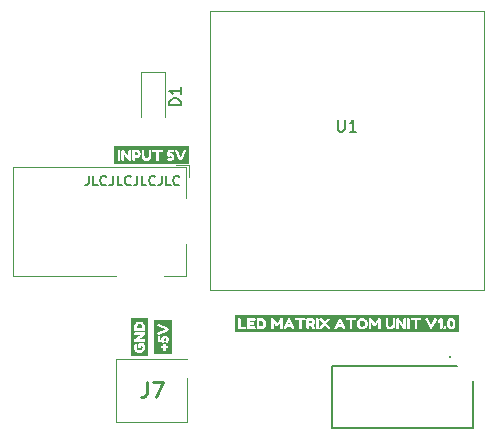
<source format=gbr>
%TF.GenerationSoftware,KiCad,Pcbnew,(6.0.0)*%
%TF.CreationDate,2022-11-08T21:37:46+09:00*%
%TF.ProjectId,LED_MATRIX_ATOM_UNIT,4c45445f-4d41-4545-9249-585f41544f4d,rev?*%
%TF.SameCoordinates,Original*%
%TF.FileFunction,Legend,Top*%
%TF.FilePolarity,Positive*%
%FSLAX46Y46*%
G04 Gerber Fmt 4.6, Leading zero omitted, Abs format (unit mm)*
G04 Created by KiCad (PCBNEW (6.0.0)) date 2022-11-08 21:37:46*
%MOMM*%
%LPD*%
G01*
G04 APERTURE LIST*
%ADD10C,0.150000*%
%ADD11C,0.254000*%
%ADD12C,0.100000*%
%ADD13C,0.120000*%
%ADD14C,0.200000*%
G04 APERTURE END LIST*
D10*
X85954761Y-98611904D02*
X85954761Y-99183333D01*
X85916666Y-99297619D01*
X85840476Y-99373809D01*
X85726190Y-99411904D01*
X85650000Y-99411904D01*
X86716666Y-99411904D02*
X86335714Y-99411904D01*
X86335714Y-98611904D01*
X87440476Y-99335714D02*
X87402380Y-99373809D01*
X87288095Y-99411904D01*
X87211904Y-99411904D01*
X87097619Y-99373809D01*
X87021428Y-99297619D01*
X86983333Y-99221428D01*
X86945238Y-99069047D01*
X86945238Y-98954761D01*
X86983333Y-98802380D01*
X87021428Y-98726190D01*
X87097619Y-98650000D01*
X87211904Y-98611904D01*
X87288095Y-98611904D01*
X87402380Y-98650000D01*
X87440476Y-98688095D01*
X88011904Y-98611904D02*
X88011904Y-99183333D01*
X87973809Y-99297619D01*
X87897619Y-99373809D01*
X87783333Y-99411904D01*
X87707142Y-99411904D01*
X88773809Y-99411904D02*
X88392857Y-99411904D01*
X88392857Y-98611904D01*
X89497619Y-99335714D02*
X89459523Y-99373809D01*
X89345238Y-99411904D01*
X89269047Y-99411904D01*
X89154761Y-99373809D01*
X89078571Y-99297619D01*
X89040476Y-99221428D01*
X89002380Y-99069047D01*
X89002380Y-98954761D01*
X89040476Y-98802380D01*
X89078571Y-98726190D01*
X89154761Y-98650000D01*
X89269047Y-98611904D01*
X89345238Y-98611904D01*
X89459523Y-98650000D01*
X89497619Y-98688095D01*
X90069047Y-98611904D02*
X90069047Y-99183333D01*
X90030952Y-99297619D01*
X89954761Y-99373809D01*
X89840476Y-99411904D01*
X89764285Y-99411904D01*
X90830952Y-99411904D02*
X90450000Y-99411904D01*
X90450000Y-98611904D01*
X91554761Y-99335714D02*
X91516666Y-99373809D01*
X91402380Y-99411904D01*
X91326190Y-99411904D01*
X91211904Y-99373809D01*
X91135714Y-99297619D01*
X91097619Y-99221428D01*
X91059523Y-99069047D01*
X91059523Y-98954761D01*
X91097619Y-98802380D01*
X91135714Y-98726190D01*
X91211904Y-98650000D01*
X91326190Y-98611904D01*
X91402380Y-98611904D01*
X91516666Y-98650000D01*
X91554761Y-98688095D01*
X92126190Y-98611904D02*
X92126190Y-99183333D01*
X92088095Y-99297619D01*
X92011904Y-99373809D01*
X91897619Y-99411904D01*
X91821428Y-99411904D01*
X92888095Y-99411904D02*
X92507142Y-99411904D01*
X92507142Y-98611904D01*
X93611904Y-99335714D02*
X93573809Y-99373809D01*
X93459523Y-99411904D01*
X93383333Y-99411904D01*
X93269047Y-99373809D01*
X93192857Y-99297619D01*
X93154761Y-99221428D01*
X93116666Y-99069047D01*
X93116666Y-98954761D01*
X93154761Y-98802380D01*
X93192857Y-98726190D01*
X93269047Y-98650000D01*
X93383333Y-98611904D01*
X93459523Y-98611904D01*
X93573809Y-98650000D01*
X93611904Y-98688095D01*
D11*
%TO.C,J7*%
X90876666Y-116054523D02*
X90876666Y-116961666D01*
X90816190Y-117143095D01*
X90695238Y-117264047D01*
X90513809Y-117324523D01*
X90392857Y-117324523D01*
X91360476Y-116054523D02*
X92207142Y-116054523D01*
X91662857Y-117324523D01*
D10*
%TO.C,D1*%
X93757380Y-92611095D02*
X92757380Y-92611095D01*
X92757380Y-92373000D01*
X92805000Y-92230142D01*
X92900238Y-92134904D01*
X92995476Y-92087285D01*
X93185952Y-92039666D01*
X93328809Y-92039666D01*
X93519285Y-92087285D01*
X93614523Y-92134904D01*
X93709761Y-92230142D01*
X93757380Y-92373000D01*
X93757380Y-92611095D01*
X93757380Y-91087285D02*
X93757380Y-91658714D01*
X93757380Y-91373000D02*
X92757380Y-91373000D01*
X92900238Y-91468238D01*
X92995476Y-91563476D01*
X93043095Y-91658714D01*
%TO.C,U1*%
X107038095Y-93852380D02*
X107038095Y-94661904D01*
X107085714Y-94757142D01*
X107133333Y-94804761D01*
X107228571Y-94852380D01*
X107419047Y-94852380D01*
X107514285Y-94804761D01*
X107561904Y-94757142D01*
X107609523Y-94661904D01*
X107609523Y-93852380D01*
X108609523Y-94852380D02*
X108038095Y-94852380D01*
X108323809Y-94852380D02*
X108323809Y-93852380D01*
X108228571Y-93995238D01*
X108133333Y-94090476D01*
X108038095Y-94138095D01*
D12*
%TO.C,J7*%
X94250000Y-119400000D02*
X94250000Y-115750000D01*
X88250000Y-114100000D02*
X88250000Y-119400000D01*
X88250000Y-119400000D02*
X94250000Y-119400000D01*
X94250000Y-114100000D02*
X88250000Y-114100000D01*
%TO.C,kibuzzard-636A46C3*%
G36*
X91507262Y-113657583D02*
G01*
X91507262Y-113089470D01*
X92060135Y-113089470D01*
X92067120Y-113147255D01*
X92094425Y-113179640D01*
X92159195Y-113189800D01*
X92262065Y-113189800D01*
X92262065Y-113291400D01*
X92273495Y-113361250D01*
X92304610Y-113386015D01*
X92362395Y-113393000D01*
X92420180Y-113386650D01*
X92452565Y-113361250D01*
X92462725Y-113300290D01*
X92462725Y-113189800D01*
X92564325Y-113189800D01*
X92634175Y-113178370D01*
X92657670Y-113147890D01*
X92664655Y-113090105D01*
X92657670Y-113032320D01*
X92630365Y-112999935D01*
X92565595Y-112989140D01*
X92462725Y-112989140D01*
X92462725Y-112879920D01*
X92451295Y-112815150D01*
X92420815Y-112793560D01*
X92363030Y-112787210D01*
X92305245Y-112794195D01*
X92272860Y-112821500D01*
X92262065Y-112886270D01*
X92262065Y-112989140D01*
X92160465Y-112989140D01*
X92090615Y-113000570D01*
X92067120Y-113031685D01*
X92060135Y-113089470D01*
X91507262Y-113089470D01*
X91507262Y-112557340D01*
X91776925Y-112557340D01*
X91788990Y-112608775D01*
X91816295Y-112641795D01*
X91850585Y-112660210D01*
X91877255Y-112669100D01*
X91929960Y-112676403D01*
X92072835Y-112695770D01*
X92217933Y-112714820D01*
X92277305Y-112721170D01*
X92308420Y-112707200D01*
X92347155Y-112648145D01*
X92371285Y-112568135D01*
X92342075Y-112498920D01*
X92319215Y-112437960D01*
X92343980Y-112370015D01*
X92411290Y-112340170D01*
X92477965Y-112367475D01*
X92502095Y-112451295D01*
X92475425Y-112530670D01*
X92434785Y-112615760D01*
X92476695Y-112689420D01*
X92559245Y-112736410D01*
X92635445Y-112688150D01*
X92644335Y-112677990D01*
X92668465Y-112646240D01*
X92701626Y-112580200D01*
X92721523Y-112509080D01*
X92728155Y-112432880D01*
X92717642Y-112347226D01*
X92686104Y-112271449D01*
X92633540Y-112205550D01*
X92566371Y-112154750D01*
X92491018Y-112124270D01*
X92407480Y-112114110D01*
X92324366Y-112124834D01*
X92250282Y-112157008D01*
X92185230Y-112210630D01*
X92134783Y-112277658D01*
X92104514Y-112350048D01*
X92094425Y-112427800D01*
X92096965Y-112472250D01*
X92000445Y-112459550D01*
X92000445Y-112237300D01*
X91998540Y-112196025D01*
X91986475Y-112164910D01*
X91955042Y-112141097D01*
X91893765Y-112133160D01*
X91826455Y-112141733D01*
X91792165Y-112167450D01*
X91780100Y-112200470D01*
X91778195Y-112244920D01*
X91778195Y-112364300D01*
X91776925Y-112557340D01*
X91507262Y-112557340D01*
X91507262Y-111924245D01*
X91771845Y-111924245D01*
X91793435Y-111988380D01*
X91832170Y-112044578D01*
X91874715Y-112063310D01*
X91935675Y-112044260D01*
X92646875Y-111693740D01*
X92691960Y-111651195D01*
X92709105Y-111590870D01*
X92709105Y-111578170D01*
X92691960Y-111519115D01*
X92646875Y-111476570D01*
X91935675Y-111126050D01*
X91874715Y-111107000D01*
X91832170Y-111125733D01*
X91793435Y-111181930D01*
X91771845Y-111256860D01*
X91806135Y-111312740D01*
X91844235Y-111330520D01*
X92400495Y-111584520D01*
X92371126Y-111598331D01*
X92303340Y-111629605D01*
X92213646Y-111670880D01*
X92118555Y-111714695D01*
X92023464Y-111758351D01*
X91933770Y-111799150D01*
X91863920Y-111831059D01*
X91828360Y-111848045D01*
X91794705Y-111869000D01*
X91776925Y-111890590D01*
X91771845Y-111924245D01*
X91507262Y-111924245D01*
X91507262Y-110842417D01*
X92992738Y-110842417D01*
X92992738Y-113657583D01*
X91507262Y-113657583D01*
G37*
%TO.C,kibuzzard-636A46AD*%
G36*
X90346679Y-111167325D02*
G01*
X90423355Y-111222570D01*
X90474314Y-111300675D01*
X90491300Y-111387670D01*
X90491300Y-111510860D01*
X90011240Y-111510860D01*
X90011240Y-111388940D01*
X90028544Y-111298611D01*
X90080455Y-111220665D01*
X90158084Y-111166849D01*
X90252540Y-111148910D01*
X90346679Y-111167325D01*
G37*
G36*
X89505357Y-113840463D02*
G01*
X89505357Y-113098360D01*
X89769940Y-113098360D01*
X89778393Y-113191705D01*
X89803754Y-113278700D01*
X89846021Y-113359345D01*
X89905195Y-113433640D01*
X89976990Y-113495870D01*
X90057119Y-113540320D01*
X90145582Y-113566990D01*
X90242380Y-113575880D01*
X90339654Y-113567149D01*
X90429546Y-113540955D01*
X90512057Y-113497299D01*
X90587185Y-113436180D01*
X90649693Y-113363234D01*
X90694341Y-113284097D01*
X90721130Y-113198769D01*
X90730060Y-113107250D01*
X90723154Y-113007238D01*
X90702437Y-112920560D01*
X90667909Y-112847217D01*
X90619570Y-112787210D01*
X90542100Y-112751650D01*
X90262700Y-112751650D01*
X90191580Y-112764350D01*
X90156020Y-112848170D01*
X90156020Y-113071690D01*
X90167450Y-113132650D01*
X90195390Y-113153605D01*
X90249365Y-113159320D01*
X90302705Y-113154240D01*
X90332550Y-113132650D01*
X90342710Y-113076770D01*
X90342710Y-112976440D01*
X90481140Y-112976440D01*
X90498285Y-113035812D01*
X90504000Y-113102170D01*
X90484791Y-113193610D01*
X90427165Y-113274890D01*
X90372273Y-113317223D01*
X90310043Y-113342623D01*
X90240475Y-113351090D01*
X90141097Y-113332358D01*
X90062675Y-113276160D01*
X90011716Y-113195833D01*
X89994730Y-113104710D01*
X90003461Y-113036130D01*
X90029655Y-112977710D01*
X90064580Y-112900240D01*
X90047753Y-112857377D01*
X89997270Y-112810070D01*
X89925515Y-112780860D01*
X89869000Y-112815150D01*
X89813967Y-112905884D01*
X89780947Y-113000288D01*
X89769940Y-113098360D01*
X89505357Y-113098360D01*
X89505357Y-112539560D01*
X89787720Y-112539560D01*
X89795340Y-112601790D01*
X89825185Y-112637985D01*
X89895670Y-112650050D01*
X90604330Y-112650050D01*
X90648780Y-112648145D01*
X90683070Y-112636080D01*
X90708788Y-112603060D01*
X90717360Y-112539560D01*
X90708788Y-112474155D01*
X90683070Y-112440500D01*
X90650050Y-112428435D01*
X90605600Y-112426530D01*
X90187770Y-112426530D01*
X90234054Y-112391041D01*
X90295014Y-112344686D01*
X90370650Y-112287465D01*
X90460961Y-112219379D01*
X90565948Y-112140427D01*
X90685610Y-112050610D01*
X90709740Y-112018860D01*
X90717360Y-111950280D01*
X90708788Y-111884875D01*
X90683070Y-111851220D01*
X90650050Y-111839155D01*
X90605600Y-111837250D01*
X89900750Y-111837250D01*
X89835980Y-111844870D01*
X89809310Y-111860745D01*
X89794070Y-111893765D01*
X89787720Y-111952185D01*
X89795340Y-112012510D01*
X89825185Y-112048705D01*
X89895670Y-112060770D01*
X90324930Y-112060770D01*
X90279104Y-112095766D01*
X90219520Y-112140639D01*
X90146178Y-112195390D01*
X90059077Y-112260019D01*
X89958218Y-112334526D01*
X89843600Y-112418910D01*
X89810580Y-112448120D01*
X89794705Y-112479235D01*
X89787720Y-112539560D01*
X89505357Y-112539560D01*
X89505357Y-111622620D01*
X89785180Y-111622620D01*
X89793752Y-111688025D01*
X89819470Y-111721680D01*
X89852490Y-111733745D01*
X89896940Y-111735650D01*
X90603060Y-111735650D01*
X90684340Y-111720410D01*
X90708153Y-111686755D01*
X90716090Y-111623890D01*
X90716090Y-111391480D01*
X90707438Y-111297937D01*
X90681483Y-111211616D01*
X90638223Y-111132519D01*
X90577660Y-111060645D01*
X90504992Y-111000915D01*
X90425419Y-110958251D01*
X90338940Y-110932653D01*
X90245555Y-110924120D01*
X90152528Y-110932851D01*
X90067120Y-110959045D01*
X89989332Y-111002701D01*
X89919165Y-111063820D01*
X89861102Y-111136448D01*
X89819629Y-111214633D01*
X89794745Y-111298373D01*
X89786450Y-111387670D01*
X89785180Y-111622620D01*
X89505357Y-111622620D01*
X89505357Y-110659537D01*
X90994643Y-110659537D01*
X90994643Y-113840463D01*
X89505357Y-113840463D01*
G37*
D13*
%TO.C,J5*%
X88300000Y-107050000D02*
X79500000Y-107050000D01*
X79500000Y-97850000D02*
X94200000Y-97850000D01*
X94400000Y-98700000D02*
X94400000Y-97650000D01*
X94200000Y-97850000D02*
X94200000Y-100450000D01*
X94200000Y-104350000D02*
X94200000Y-107050000D01*
X79500000Y-107050000D02*
X79500000Y-97850000D01*
X93350000Y-97650000D02*
X94400000Y-97650000D01*
X94200000Y-107050000D02*
X92300000Y-107050000D01*
D14*
%TO.C,J6*%
X106525000Y-119975000D02*
X118525000Y-119975000D01*
X118525000Y-119975000D02*
X118525000Y-115975000D01*
X106525000Y-114675000D02*
X106525000Y-119975000D01*
X116525000Y-113975000D02*
X116525000Y-113975000D01*
X117125000Y-114675000D02*
X106525000Y-114675000D01*
X116525000Y-113875000D02*
X116525000Y-113875000D01*
X116525000Y-113875000D02*
X116525000Y-113875000D01*
X116525000Y-113975000D02*
G75*
G03*
X116525000Y-113875000I0J50000D01*
G01*
X116525000Y-113875000D02*
G75*
G03*
X116525000Y-113975000I0J-50000D01*
G01*
X116525000Y-113875000D02*
G75*
G03*
X116525000Y-113975000I0J-50000D01*
G01*
%TO.C,kibuzzard-6369B8DB*%
G36*
X88129022Y-96107262D02*
G01*
X94470978Y-96107262D01*
X94470978Y-97592738D01*
X88129022Y-97592738D01*
X88129022Y-97197345D01*
X88393605Y-97197345D01*
X88401225Y-97262115D01*
X88434880Y-97298310D01*
X88505365Y-97310375D01*
X88570770Y-97301803D01*
X88604425Y-97276085D01*
X88616490Y-97243065D01*
X88618395Y-97198615D01*
X88618395Y-97197345D01*
X88719995Y-97197345D01*
X88721900Y-97241795D01*
X88733965Y-97276085D01*
X88766985Y-97301803D01*
X88830485Y-97310375D01*
X88895890Y-97301803D01*
X88929545Y-97276085D01*
X88941610Y-97243065D01*
X88943515Y-97198615D01*
X88943515Y-96780785D01*
X88979004Y-96827069D01*
X89025359Y-96888029D01*
X89082580Y-96963665D01*
X89150666Y-97053976D01*
X89229618Y-97158963D01*
X89319435Y-97278625D01*
X89351185Y-97302755D01*
X89419765Y-97310375D01*
X89485170Y-97301803D01*
X89518825Y-97276085D01*
X89530890Y-97243065D01*
X89532795Y-97198615D01*
X89532795Y-97196075D01*
X89634395Y-97196075D01*
X89642015Y-97262115D01*
X89675670Y-97297357D01*
X89746155Y-97309105D01*
X89811560Y-97300533D01*
X89845215Y-97274815D01*
X89857280Y-97241160D01*
X89859185Y-97197345D01*
X89859185Y-97053835D01*
X90017935Y-97053835D01*
X90092442Y-97044804D01*
X90165255Y-97017711D01*
X90236375Y-96972555D01*
X90283682Y-96926359D01*
X90317055Y-96873495D01*
X90437035Y-96873495D01*
X90443464Y-96956363D01*
X90462752Y-97034785D01*
X90494899Y-97108763D01*
X90539905Y-97178295D01*
X90596896Y-97237985D01*
X90668810Y-97284975D01*
X90752630Y-97315455D01*
X90845340Y-97325615D01*
X90938209Y-97315614D01*
X91022505Y-97285610D01*
X91095212Y-97239414D01*
X91153315Y-97180835D01*
X91198876Y-97110350D01*
X91231420Y-97036055D01*
X91250946Y-96957950D01*
X91257455Y-96876035D01*
X91257455Y-96492495D01*
X91254817Y-96469635D01*
X91327305Y-96469635D01*
X91333655Y-96522975D01*
X91359055Y-96552820D01*
X91418745Y-96562345D01*
X91662585Y-96562345D01*
X91662585Y-97199885D01*
X91664490Y-97243700D01*
X91675920Y-97276720D01*
X91708940Y-97302755D01*
X91771805Y-97310375D01*
X91835305Y-97302755D01*
X91868960Y-97276720D01*
X91880390Y-97244335D01*
X91882295Y-97201155D01*
X91882295Y-97159245D01*
X92576985Y-97159245D01*
X92625245Y-97235445D01*
X92635405Y-97244335D01*
X92667155Y-97268465D01*
X92733195Y-97301626D01*
X92804315Y-97321523D01*
X92880515Y-97328155D01*
X92966169Y-97317642D01*
X93041946Y-97286104D01*
X93107845Y-97233540D01*
X93158645Y-97166371D01*
X93189125Y-97091018D01*
X93199285Y-97007480D01*
X93188561Y-96924366D01*
X93156387Y-96850282D01*
X93102765Y-96785230D01*
X93035737Y-96734783D01*
X92963347Y-96704514D01*
X92885595Y-96694425D01*
X92841145Y-96696965D01*
X92853845Y-96600445D01*
X93076095Y-96600445D01*
X93117370Y-96598540D01*
X93148485Y-96586475D01*
X93172298Y-96555042D01*
X93180235Y-96493765D01*
X93177809Y-96474715D01*
X93250085Y-96474715D01*
X93269135Y-96535675D01*
X93619655Y-97246875D01*
X93662200Y-97291960D01*
X93722525Y-97309105D01*
X93735225Y-97309105D01*
X93794280Y-97291960D01*
X93836825Y-97246875D01*
X94187345Y-96535675D01*
X94206395Y-96474715D01*
X94187663Y-96432170D01*
X94131465Y-96393435D01*
X94056535Y-96371845D01*
X94000655Y-96406135D01*
X93982875Y-96444235D01*
X93728875Y-97000495D01*
X93715064Y-96971126D01*
X93683790Y-96903340D01*
X93642515Y-96813646D01*
X93598700Y-96718555D01*
X93555044Y-96623464D01*
X93514245Y-96533770D01*
X93482336Y-96463920D01*
X93465350Y-96428360D01*
X93444395Y-96394705D01*
X93422805Y-96376925D01*
X93389150Y-96371845D01*
X93325015Y-96393435D01*
X93268818Y-96432170D01*
X93250085Y-96474715D01*
X93177809Y-96474715D01*
X93171663Y-96426455D01*
X93145945Y-96392165D01*
X93112925Y-96380100D01*
X93068475Y-96378195D01*
X92949095Y-96378195D01*
X92756055Y-96376925D01*
X92704620Y-96388990D01*
X92671600Y-96416295D01*
X92653185Y-96450585D01*
X92644295Y-96477255D01*
X92636993Y-96529960D01*
X92617625Y-96672835D01*
X92598575Y-96817933D01*
X92592225Y-96877305D01*
X92606195Y-96908420D01*
X92665250Y-96947155D01*
X92745260Y-96971285D01*
X92814475Y-96942075D01*
X92875435Y-96919215D01*
X92943380Y-96943980D01*
X92973225Y-97011290D01*
X92945920Y-97077965D01*
X92862100Y-97102095D01*
X92782725Y-97075425D01*
X92697635Y-97034785D01*
X92623975Y-97076695D01*
X92576985Y-97159245D01*
X91882295Y-97159245D01*
X91882295Y-96562345D01*
X92124865Y-96562345D01*
X92189635Y-96550915D01*
X92211225Y-96523610D01*
X92217575Y-96470905D01*
X92211225Y-96417565D01*
X92185825Y-96387720D01*
X92126135Y-96378195D01*
X91420015Y-96378195D01*
X91355245Y-96389625D01*
X91333655Y-96416930D01*
X91327305Y-96469635D01*
X91254817Y-96469635D01*
X91249835Y-96426455D01*
X91233325Y-96399785D01*
X91200305Y-96384545D01*
X91142520Y-96378195D01*
X91082195Y-96385815D01*
X91045365Y-96413755D01*
X91032665Y-96483605D01*
X91032665Y-96872225D01*
X91021235Y-96956998D01*
X90986945Y-97030975D01*
X90929477Y-97082410D01*
X90848515Y-97099555D01*
X90758345Y-97077965D01*
X90701195Y-97020815D01*
X90672620Y-96949060D01*
X90663095Y-96873495D01*
X90663095Y-96492495D01*
X90647855Y-96412485D01*
X90614835Y-96385815D01*
X90550065Y-96378195D01*
X90485295Y-96385815D01*
X90451005Y-96412485D01*
X90438940Y-96446140D01*
X90437035Y-96491225D01*
X90437035Y-96873495D01*
X90317055Y-96873495D01*
X90321465Y-96866510D01*
X90346230Y-96795866D01*
X90354485Y-96717285D01*
X90346230Y-96638545D01*
X90321465Y-96567425D01*
X90283682Y-96507100D01*
X90236375Y-96460745D01*
X90165396Y-96415589D01*
X90093006Y-96388496D01*
X90019205Y-96379465D01*
X89747425Y-96379465D01*
X89682020Y-96388038D01*
X89648365Y-96413755D01*
X89636300Y-96447410D01*
X89634395Y-96491225D01*
X89634395Y-97196075D01*
X89532795Y-97196075D01*
X89532795Y-96493765D01*
X89525175Y-96428995D01*
X89509300Y-96402325D01*
X89476280Y-96387085D01*
X89417860Y-96380735D01*
X89357535Y-96388355D01*
X89321340Y-96418200D01*
X89309275Y-96488685D01*
X89309275Y-96917945D01*
X89274279Y-96872119D01*
X89229406Y-96812535D01*
X89174655Y-96739193D01*
X89110026Y-96652092D01*
X89035519Y-96551233D01*
X88951135Y-96436615D01*
X88921925Y-96403595D01*
X88890810Y-96387720D01*
X88830485Y-96380735D01*
X88768255Y-96388355D01*
X88732060Y-96418200D01*
X88719995Y-96488685D01*
X88719995Y-97197345D01*
X88618395Y-97197345D01*
X88618395Y-96492495D01*
X88612045Y-96426455D01*
X88577437Y-96391213D01*
X88506635Y-96379465D01*
X88441230Y-96388038D01*
X88407575Y-96413755D01*
X88395510Y-96447410D01*
X88393605Y-96491225D01*
X88393605Y-97197345D01*
X88129022Y-97197345D01*
X88129022Y-96107262D01*
G37*
G36*
X90094135Y-96632830D02*
G01*
X90130965Y-96717285D01*
X90094135Y-96801105D01*
X90019205Y-96829045D01*
X89859185Y-96829045D01*
X89859185Y-96604255D01*
X90017935Y-96604255D01*
X90094135Y-96632830D01*
G37*
%TO.C,kibuzzard-636A34D8*%
G36*
X100597354Y-110879814D02*
G01*
X100675300Y-110931725D01*
X100729116Y-111009354D01*
X100747055Y-111103810D01*
X100728640Y-111197949D01*
X100673395Y-111274625D01*
X100595290Y-111325584D01*
X100508295Y-111342570D01*
X100385105Y-111342570D01*
X100385105Y-110862510D01*
X100507025Y-110862510D01*
X100597354Y-110879814D01*
G37*
G36*
X116697779Y-110864494D02*
G01*
X116738260Y-110912358D01*
X116762549Y-110992129D01*
X116770645Y-111103810D01*
X116770645Y-111111430D01*
X116762469Y-111220333D01*
X116737943Y-111298120D01*
X116697064Y-111344793D01*
X116639835Y-111360350D01*
X116583717Y-111344356D01*
X116543633Y-111296374D01*
X116519582Y-111216403D01*
X116511565Y-111104445D01*
X116519661Y-110992487D01*
X116543950Y-110912516D01*
X116584431Y-110864534D01*
X116641105Y-110848540D01*
X116697779Y-110864494D01*
G37*
G36*
X98339982Y-110349007D02*
G01*
X117260018Y-110349007D01*
X117260018Y-111850993D01*
X98339982Y-111850993D01*
X98339982Y-111455600D01*
X98604565Y-111455600D01*
X98612185Y-111520370D01*
X98645840Y-111556565D01*
X98716325Y-111568630D01*
X99173525Y-111568630D01*
X99239565Y-111555930D01*
X99261155Y-111527990D01*
X99267505Y-111474015D01*
X99265339Y-111455600D01*
X99350055Y-111455600D01*
X99357675Y-111520370D01*
X99391330Y-111556565D01*
X99461815Y-111568630D01*
X99964735Y-111568630D01*
X100030775Y-111561010D01*
X100066017Y-111527355D01*
X100077765Y-111456870D01*
X100077432Y-111454330D01*
X100160315Y-111454330D01*
X100175555Y-111535610D01*
X100209210Y-111559423D01*
X100272075Y-111567360D01*
X100504485Y-111567360D01*
X100598028Y-111558708D01*
X100684349Y-111532753D01*
X100763446Y-111489493D01*
X100805176Y-111454330D01*
X101375705Y-111454330D01*
X101377610Y-111500050D01*
X101389675Y-111533070D01*
X101423330Y-111558788D01*
X101486195Y-111567360D01*
X101550965Y-111558788D01*
X101585255Y-111533070D01*
X101597320Y-111500685D01*
X101599225Y-111456870D01*
X101599225Y-111028880D01*
X101622720Y-111060471D01*
X101680505Y-111140005D01*
X101743052Y-111225571D01*
X101780835Y-111275260D01*
X101790995Y-111289230D01*
X101824650Y-111315265D01*
X101876720Y-111328600D01*
X101930060Y-111313995D01*
X101961175Y-111291135D01*
X101984035Y-111261290D01*
X102011657Y-111223666D01*
X102061505Y-111153975D01*
X102115162Y-111079839D01*
X102154215Y-111028880D01*
X102154215Y-111454330D01*
X102160565Y-111520370D01*
X102178345Y-111545770D01*
X102211365Y-111561010D01*
X102269785Y-111567360D01*
X102330745Y-111559740D01*
X102366940Y-111526403D01*
X102375479Y-111477190D01*
X102448855Y-111477190D01*
X102467270Y-111520370D01*
X102522515Y-111558470D01*
X102590460Y-111580060D01*
X102631100Y-111567995D01*
X102653960Y-111544500D01*
X102673645Y-111507670D01*
X102739685Y-111370510D01*
X103091475Y-111370510D01*
X103157515Y-111507670D01*
X103177200Y-111545770D01*
X103200060Y-111569900D01*
X103240700Y-111581330D01*
X103308645Y-111559740D01*
X103363890Y-111520688D01*
X103382305Y-111477190D01*
X103360715Y-111412420D01*
X103029491Y-110727890D01*
X103420405Y-110727890D01*
X103426755Y-110781230D01*
X103452155Y-110811075D01*
X103511845Y-110820600D01*
X103755685Y-110820600D01*
X103755685Y-111458140D01*
X103757590Y-111501955D01*
X103769020Y-111534975D01*
X103802040Y-111561010D01*
X103864905Y-111568630D01*
X103928405Y-111561010D01*
X103962060Y-111534975D01*
X103973490Y-111502590D01*
X103975395Y-111459410D01*
X103975395Y-111454330D01*
X104380525Y-111454330D01*
X104388145Y-111520370D01*
X104421800Y-111555613D01*
X104492285Y-111567360D01*
X104557690Y-111558788D01*
X104591345Y-111533070D01*
X104603410Y-111499415D01*
X104605315Y-111455600D01*
X104605315Y-111312090D01*
X104765335Y-111312090D01*
X104804705Y-111309550D01*
X104854094Y-111426531D01*
X104887114Y-111503154D01*
X104903765Y-111539420D01*
X104927260Y-111564185D01*
X104967900Y-111576250D01*
X105033305Y-111558470D01*
X105092360Y-111521640D01*
X105112045Y-111477190D01*
X105105817Y-111455600D01*
X105181895Y-111455600D01*
X105189515Y-111520370D01*
X105223170Y-111556565D01*
X105293655Y-111568630D01*
X105359060Y-111560058D01*
X105392715Y-111534340D01*
X105404780Y-111501320D01*
X105406576Y-111459410D01*
X105476535Y-111459410D01*
X105526700Y-111536245D01*
X105609250Y-111581330D01*
X105687355Y-111530530D01*
X105928655Y-111253670D01*
X106169955Y-111530530D01*
X106248060Y-111581330D01*
X106330610Y-111536880D01*
X106368283Y-111477190D01*
X106738915Y-111477190D01*
X106757330Y-111520370D01*
X106812575Y-111558470D01*
X106880520Y-111580060D01*
X106921160Y-111567995D01*
X106944020Y-111544500D01*
X106963705Y-111507670D01*
X107029745Y-111370510D01*
X107381535Y-111370510D01*
X107447575Y-111507670D01*
X107467260Y-111545770D01*
X107490120Y-111569900D01*
X107530760Y-111581330D01*
X107598705Y-111559740D01*
X107653950Y-111520688D01*
X107672365Y-111477190D01*
X107650775Y-111412420D01*
X107319551Y-110727890D01*
X107710465Y-110727890D01*
X107716815Y-110781230D01*
X107742215Y-110811075D01*
X107801905Y-110820600D01*
X108045745Y-110820600D01*
X108045745Y-111458140D01*
X108047650Y-111501955D01*
X108059080Y-111534975D01*
X108092100Y-111561010D01*
X108154965Y-111568630D01*
X108218465Y-111561010D01*
X108252120Y-111534975D01*
X108263550Y-111502590D01*
X108265455Y-111459410D01*
X108265455Y-111111430D01*
X108651535Y-111111430D01*
X108659988Y-111204616D01*
X108685349Y-111291135D01*
X108727616Y-111370986D01*
X108786790Y-111444170D01*
X108858029Y-111505289D01*
X108936491Y-111548945D01*
X109022177Y-111575139D01*
X109115085Y-111583870D01*
X109207795Y-111575020D01*
X109292885Y-111548469D01*
X109370355Y-111504217D01*
X109426602Y-111454330D01*
X109654835Y-111454330D01*
X109656740Y-111500050D01*
X109668805Y-111533070D01*
X109702460Y-111558788D01*
X109765325Y-111567360D01*
X109830095Y-111558788D01*
X109864385Y-111533070D01*
X109876450Y-111500685D01*
X109878355Y-111456870D01*
X109878355Y-111028880D01*
X109901850Y-111060471D01*
X109959635Y-111140005D01*
X110022182Y-111225571D01*
X110059965Y-111275260D01*
X110070125Y-111289230D01*
X110103780Y-111315265D01*
X110155850Y-111328600D01*
X110209190Y-111313995D01*
X110240305Y-111291135D01*
X110263165Y-111261290D01*
X110290787Y-111223666D01*
X110340635Y-111153975D01*
X110394292Y-111079839D01*
X110433345Y-111028880D01*
X110433345Y-111454330D01*
X110439695Y-111520370D01*
X110457475Y-111545770D01*
X110490495Y-111561010D01*
X110548915Y-111567360D01*
X110609875Y-111559740D01*
X110646070Y-111526403D01*
X110658135Y-111456870D01*
X110658135Y-111131750D01*
X111081045Y-111131750D01*
X111087474Y-111214618D01*
X111106762Y-111293040D01*
X111138909Y-111367018D01*
X111183915Y-111436550D01*
X111240906Y-111496240D01*
X111312820Y-111543230D01*
X111396640Y-111573710D01*
X111489350Y-111583870D01*
X111582219Y-111573869D01*
X111666515Y-111543865D01*
X111739222Y-111497669D01*
X111780949Y-111455600D01*
X112003065Y-111455600D01*
X112004970Y-111500050D01*
X112017035Y-111534340D01*
X112050055Y-111560058D01*
X112113555Y-111568630D01*
X112178960Y-111560058D01*
X112212615Y-111534340D01*
X112224680Y-111501320D01*
X112226585Y-111456870D01*
X112226585Y-111039040D01*
X112262074Y-111085324D01*
X112308429Y-111146284D01*
X112365650Y-111221920D01*
X112433736Y-111312231D01*
X112512688Y-111417218D01*
X112602505Y-111536880D01*
X112634255Y-111561010D01*
X112702835Y-111568630D01*
X112768240Y-111560058D01*
X112801895Y-111534340D01*
X112813960Y-111501320D01*
X112815865Y-111456870D01*
X112815865Y-111455600D01*
X112917465Y-111455600D01*
X112925085Y-111520370D01*
X112958740Y-111556565D01*
X113029225Y-111568630D01*
X113094630Y-111560058D01*
X113128285Y-111534340D01*
X113140350Y-111501320D01*
X113142255Y-111456870D01*
X113142255Y-110750750D01*
X113140057Y-110727890D01*
X113212105Y-110727890D01*
X113218455Y-110781230D01*
X113243855Y-110811075D01*
X113303545Y-110820600D01*
X113547385Y-110820600D01*
X113547385Y-111458140D01*
X113549290Y-111501955D01*
X113560720Y-111534975D01*
X113593740Y-111561010D01*
X113656605Y-111568630D01*
X113720105Y-111561010D01*
X113753760Y-111534975D01*
X113765190Y-111502590D01*
X113767095Y-111459410D01*
X113767095Y-110820600D01*
X114009665Y-110820600D01*
X114074435Y-110809170D01*
X114096025Y-110781865D01*
X114101916Y-110732970D01*
X114461785Y-110732970D01*
X114480835Y-110793930D01*
X114831355Y-111505130D01*
X114873900Y-111550215D01*
X114934225Y-111567360D01*
X114946925Y-111567360D01*
X115005980Y-111550215D01*
X115048525Y-111505130D01*
X115329567Y-110934900D01*
X115456195Y-110934900D01*
X115496200Y-111013640D01*
X115573035Y-111058090D01*
X115661935Y-111018720D01*
X115678445Y-111003480D01*
X115678445Y-111456870D01*
X115680350Y-111503225D01*
X115692415Y-111538150D01*
X115726388Y-111562915D01*
X115790205Y-111571170D01*
X115855610Y-111562597D01*
X115889265Y-111536880D01*
X115901330Y-111503225D01*
X115903235Y-111459410D01*
X115903235Y-111454330D01*
X115985785Y-111454330D01*
X116010550Y-111545770D01*
X116048333Y-111563868D01*
X116112150Y-111569900D01*
X116174539Y-111560693D01*
X116208035Y-111533070D01*
X116221370Y-111498145D01*
X116223275Y-111453060D01*
X116223275Y-111447980D01*
X116201685Y-111359080D01*
X116160569Y-111339078D01*
X116095640Y-111332410D01*
X116033251Y-111341935D01*
X115999755Y-111370510D01*
X115987690Y-111404800D01*
X115985785Y-111449250D01*
X115985785Y-111454330D01*
X115903235Y-111454330D01*
X115903235Y-111103810D01*
X116286775Y-111103810D01*
X116290867Y-111192851D01*
X116303144Y-111275401D01*
X116323605Y-111351460D01*
X116351069Y-111415278D01*
X116385200Y-111469570D01*
X116429968Y-111515131D01*
X116489340Y-111552755D01*
X116560936Y-111577996D01*
X116642375Y-111586410D01*
X116723496Y-111578155D01*
X116794140Y-111553390D01*
X116852401Y-111515925D01*
X116896375Y-111469570D01*
X116939714Y-111396307D01*
X116970670Y-111311138D01*
X116989244Y-111214062D01*
X116995435Y-111105080D01*
X116991202Y-111021119D01*
X116978502Y-110940262D01*
X116957335Y-110862510D01*
X116930824Y-110798375D01*
X116897010Y-110743130D01*
X116852560Y-110696458D01*
X116794140Y-110658040D01*
X116723179Y-110632322D01*
X116641105Y-110623750D01*
X116558714Y-110632481D01*
X116486800Y-110658675D01*
X116427586Y-110697727D01*
X116383295Y-110745035D01*
X116348211Y-110806154D01*
X116316620Y-110886640D01*
X116300039Y-110950846D01*
X116290091Y-111023236D01*
X116286775Y-111103810D01*
X115903235Y-111103810D01*
X115903235Y-110752020D01*
X115896885Y-110684710D01*
X115879105Y-110657405D01*
X115846085Y-110642800D01*
X115785760Y-110636450D01*
X115714005Y-110669470D01*
X115710195Y-110672010D01*
X115501915Y-110859970D01*
X115456195Y-110934900D01*
X115329567Y-110934900D01*
X115399045Y-110793930D01*
X115418095Y-110732970D01*
X115399362Y-110690425D01*
X115343165Y-110651690D01*
X115268235Y-110630100D01*
X115212355Y-110664390D01*
X115194575Y-110702490D01*
X114940575Y-111258750D01*
X114926764Y-111229381D01*
X114895490Y-111161595D01*
X114854215Y-111071901D01*
X114810400Y-110976810D01*
X114766744Y-110881719D01*
X114725945Y-110792025D01*
X114694036Y-110722175D01*
X114677050Y-110686615D01*
X114656095Y-110652960D01*
X114634505Y-110635180D01*
X114600850Y-110630100D01*
X114536715Y-110651690D01*
X114480517Y-110690425D01*
X114461785Y-110732970D01*
X114101916Y-110732970D01*
X114102375Y-110729160D01*
X114096025Y-110675820D01*
X114070625Y-110645975D01*
X114010935Y-110636450D01*
X113304815Y-110636450D01*
X113240045Y-110647880D01*
X113218455Y-110675185D01*
X113212105Y-110727890D01*
X113140057Y-110727890D01*
X113135905Y-110684710D01*
X113101298Y-110649468D01*
X113030495Y-110637720D01*
X112965090Y-110646293D01*
X112931435Y-110672010D01*
X112919370Y-110705665D01*
X112917465Y-110749480D01*
X112917465Y-111455600D01*
X112815865Y-111455600D01*
X112815865Y-110752020D01*
X112808245Y-110687250D01*
X112792370Y-110660580D01*
X112759350Y-110645340D01*
X112700930Y-110638990D01*
X112640605Y-110646610D01*
X112604410Y-110676455D01*
X112592345Y-110746940D01*
X112592345Y-111176200D01*
X112557349Y-111130374D01*
X112512476Y-111070790D01*
X112457725Y-110997448D01*
X112393096Y-110910347D01*
X112318589Y-110809488D01*
X112234205Y-110694870D01*
X112204995Y-110661850D01*
X112173880Y-110645975D01*
X112113555Y-110638990D01*
X112051325Y-110646610D01*
X112015130Y-110676455D01*
X112003065Y-110746940D01*
X112003065Y-111455600D01*
X111780949Y-111455600D01*
X111797325Y-111439090D01*
X111842886Y-111368605D01*
X111875430Y-111294310D01*
X111894956Y-111216205D01*
X111901465Y-111134290D01*
X111901465Y-110750750D01*
X111893845Y-110684710D01*
X111877335Y-110658040D01*
X111844315Y-110642800D01*
X111786530Y-110636450D01*
X111726205Y-110644070D01*
X111689375Y-110672010D01*
X111676675Y-110741860D01*
X111676675Y-111130480D01*
X111665245Y-111215253D01*
X111630955Y-111289230D01*
X111573487Y-111340665D01*
X111492525Y-111357810D01*
X111402355Y-111336220D01*
X111345205Y-111279070D01*
X111316630Y-111207315D01*
X111307105Y-111131750D01*
X111307105Y-110750750D01*
X111291865Y-110670740D01*
X111258845Y-110644070D01*
X111194075Y-110636450D01*
X111129305Y-110644070D01*
X111095015Y-110670740D01*
X111082950Y-110704395D01*
X111081045Y-110749480D01*
X111081045Y-111131750D01*
X110658135Y-111131750D01*
X110658135Y-110752020D01*
X110656230Y-110707570D01*
X110644165Y-110673280D01*
X110610669Y-110647562D01*
X110545740Y-110638990D01*
X110479859Y-110647562D01*
X110443505Y-110673280D01*
X110408809Y-110717628D01*
X110362631Y-110777522D01*
X110304973Y-110852960D01*
X110235835Y-110943942D01*
X110155215Y-111050470D01*
X109866925Y-110672010D01*
X109859305Y-110664390D01*
X109826920Y-110647245D01*
X109767865Y-110638990D01*
X109703095Y-110647245D01*
X109668805Y-110672010D01*
X109656740Y-110705665D01*
X109654835Y-110749480D01*
X109654835Y-111454330D01*
X109426602Y-111454330D01*
X109440205Y-111442265D01*
X109497990Y-111367732D01*
X109539265Y-111285738D01*
X109564030Y-111196282D01*
X109572285Y-111099365D01*
X109563633Y-111002805D01*
X109537677Y-110914421D01*
X109494418Y-110834213D01*
X109433855Y-110762180D01*
X109361544Y-110702728D01*
X109283042Y-110660263D01*
X109198349Y-110634783D01*
X109107465Y-110626290D01*
X109021105Y-110635180D01*
X108937285Y-110661850D01*
X108859497Y-110704078D01*
X108791235Y-110759640D01*
X108734085Y-110829331D01*
X108689635Y-110913945D01*
X108661060Y-111009354D01*
X108651535Y-111111430D01*
X108265455Y-111111430D01*
X108265455Y-110820600D01*
X108508025Y-110820600D01*
X108572795Y-110809170D01*
X108594385Y-110781865D01*
X108600735Y-110729160D01*
X108594385Y-110675820D01*
X108568985Y-110645975D01*
X108509295Y-110636450D01*
X107803175Y-110636450D01*
X107738405Y-110647880D01*
X107716815Y-110675185D01*
X107710465Y-110727890D01*
X107319551Y-110727890D01*
X107307875Y-110703760D01*
X107265965Y-110654230D01*
X107206275Y-110637720D01*
X107145950Y-110655500D01*
X107103405Y-110702490D01*
X106760505Y-111412420D01*
X106738915Y-111477190D01*
X106368283Y-111477190D01*
X106379505Y-111459410D01*
X106336325Y-111378130D01*
X106081055Y-111097460D01*
X106336325Y-110816790D01*
X106379505Y-110736780D01*
X106329975Y-110658040D01*
X106248060Y-110613590D01*
X106169955Y-110664390D01*
X105928655Y-110941250D01*
X105687355Y-110664390D01*
X105609250Y-110613590D01*
X105526065Y-110658675D01*
X105476535Y-110736780D01*
X105520985Y-110816790D01*
X105776255Y-111097460D01*
X105520985Y-111378130D01*
X105476535Y-111459410D01*
X105406576Y-111459410D01*
X105406685Y-111456870D01*
X105406685Y-110750750D01*
X105400335Y-110684710D01*
X105365727Y-110649468D01*
X105294925Y-110637720D01*
X105229520Y-110646293D01*
X105195865Y-110672010D01*
X105183800Y-110705665D01*
X105181895Y-110749480D01*
X105181895Y-111455600D01*
X105105817Y-111455600D01*
X105092995Y-111411150D01*
X105057435Y-111330293D01*
X105028648Y-111263830D01*
X105006635Y-111211760D01*
X105059552Y-111144309D01*
X105091302Y-111065569D01*
X105101885Y-110975540D01*
X105093630Y-110896800D01*
X105068865Y-110825680D01*
X105031400Y-110765355D01*
X104985045Y-110719000D01*
X104914066Y-110673844D01*
X104841676Y-110646751D01*
X104767875Y-110637720D01*
X104493555Y-110637720D01*
X104428150Y-110646293D01*
X104394495Y-110672010D01*
X104382430Y-110705665D01*
X104380525Y-110749480D01*
X104380525Y-111454330D01*
X103975395Y-111454330D01*
X103975395Y-110820600D01*
X104217965Y-110820600D01*
X104282735Y-110809170D01*
X104304325Y-110781865D01*
X104310675Y-110729160D01*
X104304325Y-110675820D01*
X104278925Y-110645975D01*
X104219235Y-110636450D01*
X103513115Y-110636450D01*
X103448345Y-110647880D01*
X103426755Y-110675185D01*
X103420405Y-110727890D01*
X103029491Y-110727890D01*
X103017815Y-110703760D01*
X102975905Y-110654230D01*
X102916215Y-110637720D01*
X102855890Y-110655500D01*
X102813345Y-110702490D01*
X102470445Y-111412420D01*
X102448855Y-111477190D01*
X102375479Y-111477190D01*
X102379005Y-111456870D01*
X102379005Y-110752020D01*
X102377100Y-110707570D01*
X102365035Y-110673280D01*
X102331539Y-110647562D01*
X102266610Y-110638990D01*
X102200729Y-110647562D01*
X102164375Y-110673280D01*
X102129679Y-110717628D01*
X102083501Y-110777522D01*
X102025843Y-110852960D01*
X101956705Y-110943942D01*
X101876085Y-111050470D01*
X101587795Y-110672010D01*
X101580175Y-110664390D01*
X101547790Y-110647245D01*
X101488735Y-110638990D01*
X101423965Y-110647245D01*
X101389675Y-110672010D01*
X101377610Y-110705665D01*
X101375705Y-110749480D01*
X101375705Y-111454330D01*
X100805176Y-111454330D01*
X100835320Y-111428930D01*
X100895050Y-111356262D01*
X100937714Y-111276689D01*
X100963312Y-111190210D01*
X100971845Y-111096825D01*
X100963114Y-111003798D01*
X100936920Y-110918390D01*
X100893264Y-110840603D01*
X100832145Y-110770435D01*
X100759517Y-110712372D01*
X100681332Y-110670899D01*
X100597592Y-110646015D01*
X100508295Y-110637720D01*
X100273345Y-110636450D01*
X100207940Y-110645022D01*
X100174285Y-110670740D01*
X100162220Y-110703760D01*
X100160315Y-110748210D01*
X100160315Y-111454330D01*
X100077432Y-111454330D01*
X100069192Y-111391465D01*
X100043475Y-111357810D01*
X100009820Y-111345745D01*
X99966005Y-111343840D01*
X99574845Y-111343840D01*
X99574845Y-111215570D01*
X99823765Y-111215570D01*
X99889805Y-111207950D01*
X99926000Y-111174295D01*
X99938065Y-111103810D01*
X99929492Y-111038405D01*
X99903775Y-111004750D01*
X99870120Y-110992685D01*
X99826305Y-110990780D01*
X99574845Y-110990780D01*
X99574845Y-110862510D01*
X99964735Y-110862510D01*
X100030775Y-110854890D01*
X100066017Y-110821235D01*
X100077765Y-110750750D01*
X100069192Y-110685345D01*
X100043475Y-110651690D01*
X100009820Y-110639625D01*
X99966005Y-110637720D01*
X99465625Y-110637720D01*
X99374185Y-110661215D01*
X99350055Y-110749480D01*
X99350055Y-111455600D01*
X99265339Y-111455600D01*
X99261155Y-111420040D01*
X99235755Y-111390195D01*
X99174795Y-111380670D01*
X98829355Y-111380670D01*
X98829355Y-110750750D01*
X98823005Y-110684710D01*
X98788397Y-110649468D01*
X98717595Y-110637720D01*
X98652190Y-110646293D01*
X98618535Y-110672010D01*
X98606470Y-110705665D01*
X98604565Y-110749480D01*
X98604565Y-111455600D01*
X98339982Y-111455600D01*
X98339982Y-110349007D01*
G37*
G36*
X104841535Y-110891085D02*
G01*
X104878365Y-110975540D01*
X104841535Y-111059360D01*
X104767875Y-111087300D01*
X104605315Y-111087300D01*
X104605315Y-110862510D01*
X104765335Y-110862510D01*
X104841535Y-110891085D01*
G37*
G36*
X103000035Y-111182550D02*
G01*
X102831125Y-111182550D01*
X102914945Y-111008560D01*
X103000035Y-111182550D01*
G37*
G36*
X107290095Y-111182550D02*
G01*
X107121185Y-111182550D01*
X107205005Y-111008560D01*
X107290095Y-111182550D01*
G37*
G36*
X109197159Y-110868543D02*
G01*
X109274470Y-110920930D01*
X109315039Y-110972577D01*
X109339381Y-111034383D01*
X109347495Y-111106350D01*
X109339452Y-111178176D01*
X109315322Y-111239559D01*
X109275105Y-111290500D01*
X109198270Y-111341935D01*
X109112545Y-111359080D01*
X109026661Y-111341459D01*
X108949350Y-111288595D01*
X108908781Y-111236878D01*
X108884439Y-111175706D01*
X108876325Y-111105080D01*
X108884368Y-111034454D01*
X108908498Y-110973282D01*
X108948715Y-110921565D01*
X109025550Y-110868701D01*
X109111275Y-110851080D01*
X109197159Y-110868543D01*
G37*
D13*
%TO.C,D1*%
X90400000Y-89800000D02*
X90400000Y-93650000D01*
X92400000Y-89800000D02*
X90400000Y-89800000D01*
X92400000Y-89800000D02*
X92400000Y-93650000D01*
%TO.C,U1*%
X96250300Y-84666500D02*
X119449700Y-84666500D01*
X119449700Y-108233500D02*
X96250300Y-108233500D01*
X96250300Y-108233500D02*
X96250300Y-84666500D01*
X119449700Y-108233500D02*
X119449700Y-84666500D01*
%TD*%
M02*

</source>
